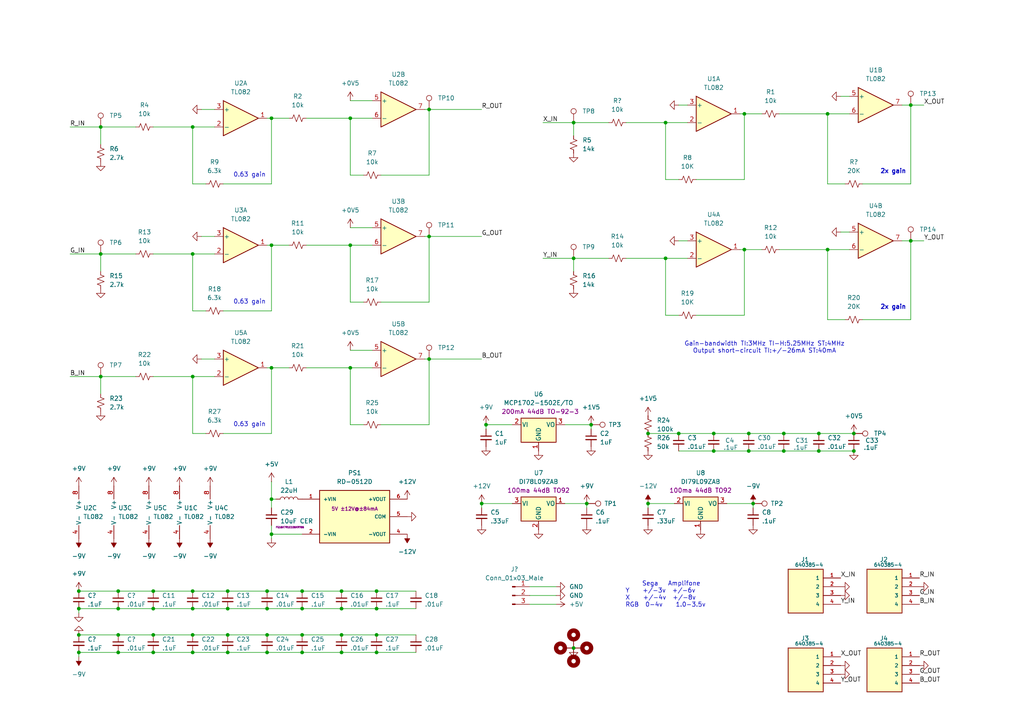
<source format=kicad_sch>
(kicad_sch (version 20231120) (generator "eeschema") (generator_version "8.0")
  (paper "A4")
  (junction (at 109.22 184.15))
  (junction (at 22.86 184.15))
  (junction (at 34.29 176.53))
  (junction (at 109.22 171.45))
  (junction (at 124.46 104.14))
  (junction (at 29.21 73.66))
  (junction (at 264.16 69.85))
  (junction (at 170.18 146.05))
  (junction (at 109.22 176.53))
  (junction (at 55.88 189.23))
  (junction (at 237.49 130.81))
  (junction (at 193.04 74.93))
  (junction (at 77.47 176.53))
  (junction (at 55.88 109.22))
  (junction (at 44.45 171.45))
  (junction (at 78.74 144.78))
  (junction (at 55.88 36.83))
  (junction (at 124.46 68.58))
  (junction (at 240.03 72.39))
  (junction (at 217.17 125.73))
  (junction (at 101.6 34.29))
  (junction (at 44.45 189.23))
  (junction (at 247.65 125.73))
  (junction (at 29.21 36.83))
  (junction (at 196.85 125.73))
  (junction (at 78.74 154.94))
  (junction (at 34.29 171.45))
  (junction (at 22.86 176.53))
  (junction (at 55.88 184.15))
  (junction (at 78.74 34.29))
  (junction (at 77.47 171.45))
  (junction (at 34.29 189.23))
  (junction (at 29.21 109.22))
  (junction (at 166.37 35.56))
  (junction (at 66.04 189.23))
  (junction (at 237.49 125.73))
  (junction (at 215.9 33.02))
  (junction (at 99.06 189.23))
  (junction (at 34.29 184.15))
  (junction (at 166.37 74.93))
  (junction (at 240.03 33.02))
  (junction (at 109.22 189.23))
  (junction (at 44.45 176.53))
  (junction (at 217.17 130.81))
  (junction (at 264.16 30.48))
  (junction (at 166.37 187.96))
  (junction (at 124.46 31.75))
  (junction (at 215.9 72.39))
  (junction (at 99.06 176.53))
  (junction (at 78.74 106.68))
  (junction (at 207.01 130.81))
  (junction (at 66.04 171.45))
  (junction (at 55.88 171.45))
  (junction (at 87.63 176.53))
  (junction (at 87.63 184.15))
  (junction (at 140.97 123.19))
  (junction (at 22.86 171.45))
  (junction (at 193.04 35.56))
  (junction (at 77.47 189.23))
  (junction (at 227.33 125.73))
  (junction (at 78.74 71.12))
  (junction (at 101.6 71.12))
  (junction (at 77.47 184.15))
  (junction (at 55.88 73.66))
  (junction (at 22.86 189.23))
  (junction (at 171.45 123.19))
  (junction (at 66.04 176.53))
  (junction (at 227.33 130.81))
  (junction (at 207.01 125.73))
  (junction (at 187.96 146.05))
  (junction (at 99.06 171.45))
  (junction (at 218.44 146.05))
  (junction (at 66.04 184.15))
  (junction (at 87.63 171.45))
  (junction (at 87.63 189.23))
  (junction (at 139.7 146.05))
  (junction (at 44.45 184.15))
  (junction (at 99.06 184.15))
  (junction (at 101.6 106.68))
  (junction (at 247.65 130.81))
  (junction (at 187.96 125.73))
  (junction (at 55.88 176.53))
  (wire (pts (xy 166.37 35.56) (xy 166.37 39.37)))
  (wire (pts (xy 58.42 31.75) (xy 62.23 31.75)))
  (wire (pts (xy 237.49 130.81) (xy 227.33 130.81)))
  (wire (pts (xy 110.49 50.8) (xy 124.46 50.8)))
  (wire (pts (xy 55.88 176.53) (xy 66.04 176.53)))
  (wire (pts (xy 44.45 189.23) (xy 55.88 189.23)))
  (wire (pts (xy 78.74 156.21) (xy 78.74 154.94)))
  (wire (pts (xy 78.74 139.7) (xy 78.74 144.78)))
  (wire (pts (xy 101.6 71.12) (xy 101.6 87.63)))
  (wire (pts (xy 55.88 171.45) (xy 66.04 171.45)))
  (wire (pts (xy 87.63 189.23) (xy 99.06 189.23)))
  (wire (pts (xy 55.88 189.23) (xy 66.04 189.23)))
  (wire (pts (xy 44.45 36.83) (xy 55.88 36.83)))
  (wire (pts (xy 166.37 74.93) (xy 176.53 74.93)))
  (wire (pts (xy 99.06 176.53) (xy 109.22 176.53)))
  (wire (pts (xy 240.03 33.02) (xy 240.03 53.34)))
  (wire (pts (xy 215.9 33.02) (xy 214.63 33.02)))
  (wire (pts (xy 261.62 30.48) (xy 264.16 30.48)))
  (wire (pts (xy 217.17 130.81) (xy 207.01 130.81)))
  (wire (pts (xy 22.86 189.23) (xy 22.86 190.5)))
  (wire (pts (xy 77.47 184.15) (xy 87.63 184.15)))
  (wire (pts (xy 196.85 91.44) (xy 193.04 91.44)))
  (wire (pts (xy 55.88 36.83) (xy 62.23 36.83)))
  (wire (pts (xy 101.6 101.6) (xy 107.95 101.6)))
  (wire (pts (xy 78.74 71.12) (xy 77.47 71.12)))
  (wire (pts (xy 58.42 104.14) (xy 62.23 104.14)))
  (wire (pts (xy 34.29 176.53) (xy 44.45 176.53)))
  (wire (pts (xy 166.37 74.93) (xy 166.37 78.74)))
  (wire (pts (xy 201.93 91.44) (xy 215.9 91.44)))
  (wire (pts (xy 66.04 176.53) (xy 77.47 176.53)))
  (wire (pts (xy 55.88 184.15) (xy 66.04 184.15)))
  (wire (pts (xy 101.6 71.12) (xy 107.95 71.12)))
  (wire (pts (xy 245.11 92.71) (xy 240.03 92.71)))
  (wire (pts (xy 78.74 106.68) (xy 77.47 106.68)))
  (wire (pts (xy 78.74 125.73) (xy 78.74 106.68)))
  (wire (pts (xy 78.74 71.12) (xy 83.82 71.12)))
  (wire (pts (xy 99.06 189.23) (xy 109.22 189.23)))
  (wire (pts (xy 109.22 176.53) (xy 120.65 176.53)))
  (wire (pts (xy 193.04 35.56) (xy 199.39 35.56)))
  (wire (pts (xy 105.41 87.63) (xy 101.6 87.63)))
  (wire (pts (xy 109.22 189.23) (xy 120.65 189.23)))
  (wire (pts (xy 124.46 68.58) (xy 123.19 68.58)))
  (wire (pts (xy 187.96 146.05) (xy 195.58 146.05)))
  (wire (pts (xy 29.21 73.66) (xy 39.37 73.66)))
  (wire (pts (xy 101.6 66.04) (xy 107.95 66.04)))
  (wire (pts (xy 250.19 53.34) (xy 264.16 53.34)))
  (wire (pts (xy 264.16 69.85) (xy 267.97 69.85)))
  (wire (pts (xy 58.42 68.58) (xy 62.23 68.58)))
  (wire (pts (xy 66.04 171.45) (xy 77.47 171.45)))
  (wire (pts (xy 44.45 109.22) (xy 55.88 109.22)))
  (wire (pts (xy 34.29 171.45) (xy 44.45 171.45)))
  (wire (pts (xy 78.74 34.29) (xy 77.47 34.29)))
  (wire (pts (xy 124.46 87.63) (xy 124.46 68.58)))
  (wire (pts (xy 193.04 35.56) (xy 193.04 52.07)))
  (wire (pts (xy 29.21 109.22) (xy 29.21 114.3)))
  (wire (pts (xy 210.82 146.05) (xy 218.44 146.05)))
  (wire (pts (xy 110.49 87.63) (xy 124.46 87.63)))
  (wire (pts (xy 22.86 184.15) (xy 34.29 184.15)))
  (wire (pts (xy 124.46 68.58) (xy 139.7 68.58)))
  (wire (pts (xy 163.83 123.19) (xy 171.45 123.19)))
  (wire (pts (xy 78.74 144.78) (xy 80.01 144.78)))
  (wire (pts (xy 264.16 92.71) (xy 264.16 69.85)))
  (wire (pts (xy 196.85 69.85) (xy 199.39 69.85)))
  (wire (pts (xy 201.93 52.07) (xy 215.9 52.07)))
  (wire (pts (xy 250.19 92.71) (xy 264.16 92.71)))
  (wire (pts (xy 140.97 123.19) (xy 140.97 124.46)))
  (wire (pts (xy 29.21 109.22) (xy 39.37 109.22)))
  (wire (pts (xy 227.33 130.81) (xy 217.17 130.81)))
  (wire (pts (xy 218.44 146.05) (xy 218.44 147.32)))
  (wire (pts (xy 64.77 90.17) (xy 78.74 90.17)))
  (wire (pts (xy 44.45 184.15) (xy 55.88 184.15)))
  (wire (pts (xy 101.6 29.21) (xy 107.95 29.21)))
  (wire (pts (xy 44.45 73.66) (xy 55.88 73.66)))
  (wire (pts (xy 187.96 125.73) (xy 196.85 125.73)))
  (wire (pts (xy 59.69 90.17) (xy 55.88 90.17)))
  (wire (pts (xy 88.9 71.12) (xy 101.6 71.12)))
  (wire (pts (xy 77.47 176.53) (xy 87.63 176.53)))
  (wire (pts (xy 193.04 74.93) (xy 199.39 74.93)))
  (wire (pts (xy 157.48 35.56) (xy 166.37 35.56)))
  (wire (pts (xy 264.16 53.34) (xy 264.16 30.48)))
  (wire (pts (xy 22.86 176.53) (xy 34.29 176.53)))
  (wire (pts (xy 226.06 33.02) (xy 240.03 33.02)))
  (wire (pts (xy 44.45 176.53) (xy 55.88 176.53)))
  (wire (pts (xy 78.74 90.17) (xy 78.74 71.12)))
  (wire (pts (xy 109.22 171.45) (xy 120.65 171.45)))
  (wire (pts (xy 124.46 31.75) (xy 139.7 31.75)))
  (wire (pts (xy 196.85 125.73) (xy 207.01 125.73)))
  (wire (pts (xy 153.67 172.72) (xy 161.29 172.72)))
  (wire (pts (xy 34.29 189.23) (xy 44.45 189.23)))
  (wire (pts (xy 66.04 184.15) (xy 77.47 184.15)))
  (wire (pts (xy 124.46 31.75) (xy 123.19 31.75)))
  (wire (pts (xy 87.63 184.15) (xy 99.06 184.15)))
  (wire (pts (xy 187.96 146.05) (xy 187.96 147.32)))
  (wire (pts (xy 153.67 170.18) (xy 161.29 170.18)))
  (wire (pts (xy 29.21 36.83) (xy 29.21 41.91)))
  (wire (pts (xy 261.62 69.85) (xy 264.16 69.85)))
  (wire (pts (xy 88.9 106.68) (xy 101.6 106.68)))
  (wire (pts (xy 55.88 109.22) (xy 62.23 109.22)))
  (wire (pts (xy 193.04 74.93) (xy 193.04 91.44)))
  (wire (pts (xy 109.22 184.15) (xy 120.65 184.15)))
  (wire (pts (xy 171.45 123.19) (xy 171.45 124.46)))
  (wire (pts (xy 101.6 106.68) (xy 107.95 106.68)))
  (wire (pts (xy 124.46 104.14) (xy 123.19 104.14)))
  (wire (pts (xy 247.65 130.81) (xy 237.49 130.81)))
  (wire (pts (xy 243.84 27.94) (xy 246.38 27.94)))
  (wire (pts (xy 215.9 72.39) (xy 220.98 72.39)))
  (wire (pts (xy 157.48 74.93) (xy 166.37 74.93)))
  (wire (pts (xy 243.84 67.31) (xy 246.38 67.31)))
  (wire (pts (xy 55.88 109.22) (xy 55.88 125.73)))
  (wire (pts (xy 153.67 175.26) (xy 161.29 175.26)))
  (wire (pts (xy 101.6 34.29) (xy 101.6 50.8)))
  (wire (pts (xy 196.85 52.07) (xy 193.04 52.07)))
  (wire (pts (xy 34.29 184.15) (xy 44.45 184.15)))
  (wire (pts (xy 88.9 34.29) (xy 101.6 34.29)))
  (wire (pts (xy 124.46 104.14) (xy 139.7 104.14)))
  (wire (pts (xy 29.21 73.66) (xy 29.21 78.74)))
  (wire (pts (xy 78.74 53.34) (xy 78.74 34.29)))
  (wire (pts (xy 124.46 50.8) (xy 124.46 31.75)))
  (wire (pts (xy 78.74 152.4) (xy 78.74 154.94)))
  (wire (pts (xy 22.86 176.53) (xy 22.86 177.8)))
  (wire (pts (xy 55.88 73.66) (xy 62.23 73.66)))
  (wire (pts (xy 196.85 130.81) (xy 207.01 130.81)))
  (wire (pts (xy 217.17 125.73) (xy 207.01 125.73)))
  (wire (pts (xy 78.74 154.94) (xy 87.63 154.94)))
  (wire (pts (xy 196.85 30.48) (xy 199.39 30.48)))
  (wire (pts (xy 166.37 35.56) (xy 176.53 35.56)))
  (wire (pts (xy 20.32 36.83) (xy 29.21 36.83)))
  (wire (pts (xy 215.9 33.02) (xy 220.98 33.02)))
  (wire (pts (xy 139.7 146.05) (xy 139.7 147.32)))
  (wire (pts (xy 140.97 123.19) (xy 148.59 123.19)))
  (wire (pts (xy 124.46 123.19) (xy 124.46 104.14)))
  (wire (pts (xy 99.06 171.45) (xy 109.22 171.45)))
  (wire (pts (xy 77.47 171.45) (xy 87.63 171.45)))
  (wire (pts (xy 105.41 123.19) (xy 101.6 123.19)))
  (wire (pts (xy 78.74 34.29) (xy 83.82 34.29)))
  (wire (pts (xy 44.45 171.45) (xy 55.88 171.45)))
  (wire (pts (xy 240.03 72.39) (xy 246.38 72.39)))
  (wire (pts (xy 227.33 125.73) (xy 217.17 125.73)))
  (wire (pts (xy 215.9 72.39) (xy 214.63 72.39)))
  (wire (pts (xy 66.04 189.23) (xy 77.47 189.23)))
  (wire (pts (xy 148.59 146.05) (xy 139.7 146.05)))
  (wire (pts (xy 215.9 91.44) (xy 215.9 72.39)))
  (wire (pts (xy 237.49 125.73) (xy 227.33 125.73)))
  (wire (pts (xy 87.63 176.53) (xy 99.06 176.53)))
  (wire (pts (xy 87.63 171.45) (xy 99.06 171.45)))
  (wire (pts (xy 78.74 106.68) (xy 83.82 106.68)))
  (wire (pts (xy 22.86 171.45) (xy 34.29 171.45)))
  (wire (pts (xy 181.61 74.93) (xy 193.04 74.93)))
  (wire (pts (xy 240.03 33.02) (xy 246.38 33.02)))
  (wire (pts (xy 240.03 72.39) (xy 240.03 92.71)))
  (wire (pts (xy 163.83 146.05) (xy 170.18 146.05)))
  (wire (pts (xy 264.16 30.48) (xy 267.97 30.48)))
  (wire (pts (xy 247.65 125.73) (xy 237.49 125.73)))
  (wire (pts (xy 101.6 106.68) (xy 101.6 123.19)))
  (wire (pts (xy 55.88 36.83) (xy 55.88 53.34)))
  (wire (pts (xy 99.06 184.15) (xy 109.22 184.15)))
  (wire (pts (xy 77.47 189.23) (xy 87.63 189.23)))
  (wire (pts (xy 59.69 53.34) (xy 55.88 53.34)))
  (wire (pts (xy 170.18 146.05) (xy 170.18 147.32)))
  (wire (pts (xy 20.32 73.66) (xy 29.21 73.66)))
  (wire (pts (xy 215.9 52.07) (xy 215.9 33.02)))
  (wire (pts (xy 55.88 73.66) (xy 55.88 90.17)))
  (wire (pts (xy 181.61 35.56) (xy 193.04 35.56)))
  (wire (pts (xy 64.77 125.73) (xy 78.74 125.73)))
  (wire (pts (xy 64.77 53.34) (xy 78.74 53.34)))
  (wire (pts (xy 29.21 36.83) (xy 39.37 36.83)))
  (wire (pts (xy 226.06 72.39) (xy 240.03 72.39)))
  (wire (pts (xy 78.74 144.78) (xy 78.74 147.32)))
  (wire (pts (xy 101.6 34.29) (xy 107.95 34.29)))
  (wire (pts (xy 20.32 109.22) (xy 29.21 109.22)))
  (wire (pts (xy 22.86 189.23) (xy 34.29 189.23)))
  (wire (pts (xy 105.41 50.8) (xy 101.6 50.8)))
  (wire (pts (xy 59.69 125.73) (xy 55.88 125.73)))
  (wire (pts (xy 110.49 123.19) (xy 124.46 123.19)))
  (wire (pts (xy 245.11 53.34) (xy 240.03 53.34)))
  (text "2x gain" (at 259.08 49.784 0) (effects (font (size 1.27 1.27) (bold yes))))
  (text "0.63 gain" (at 72.39 87.63 0) (effects (font (size 1.27 1.27))))
  (text "Gain-bandwidth TI:3MHz TI-H:5.25MHz ST:4MHz\nOutput short-circuit TI:+/-26mA ST:40mA" (at 221.742 100.838 0) (effects (font (size 1.27 1.27))))
  (text "2x gain" (at 259.08 89.154 0) (effects (font (size 1.27 1.27) (bold yes))))
  (text "0.63 gain" (at 72.39 50.8 0) (effects (font (size 1.27 1.27))))
  (text "0.63 gain" (at 72.39 123.19 0) (effects (font (size 1.27 1.27))))
  (text "     Sega   Amplifone\nY    +/-3v  +/-6v\nX    +/-4v  +/-8v\nRGB  0-4v    1.0-3.5v\n" (at 181.356 176.276 0) (effects (font (size 1.27 1.27)) (justify left bottom)))
  (label "R_OUT" (at 266.7 190.5 0))
  (label "G_OUT" (at 266.7 195.58 0))
  (label "G_IN" (at 266.7 172.72 0))
  (label "Y_IN" (at 157.48 74.93 0))
  (label "G_OUT" (at 139.7 68.58 0))
  (label "Y_OUT" (at 243.84 198.12 0))
  (label "B_OUT" (at 139.7 104.14 0))
  (label "X_IN" (at 157.48 35.56 0))
  (label "B_IN" (at 20.32 109.22 0))
  (label "R_OUT" (at 139.7 31.75 0))
  (label "B_OUT" (at 266.7 198.12 0))
  (label "Y_OUT" (at 267.97 69.85 0))
  (label "X_IN" (at 243.84 167.64 0))
  (label "X_OUT" (at 267.97 30.48 0))
  (label "B_IN" (at 266.7 175.26 0))
  (label "G_IN" (at 20.32 73.66 0))
  (label "R_IN" (at 20.32 36.83 0))
  (label "X_OUT" (at 243.84 190.5 0))
  (label "Y_IN" (at 243.84 175.26 0))
  (label "R_IN" (at 266.7 167.64 0))
  (symbol (lib_id "Connector:TestPoint") (at 124.46 104.14 0) (unit 1)
    (property "Reference" "TP12" (at 127 100.8379 0) (effects (justify left)))
    (property "Value" "TestPoint" (effects (hide yes)))
    (property "Footprint" "TestPoint:TestPoint_THTPad_1.0x1.0mm_Drill0.5mm" (effects (hide yes)))
    (property "Description" "test point" (effects (hide yes)))
  )
  (symbol (lib_id "Device:C_Small") (at 171.45 127 0) (unit 1) (exclude_from_sim yes)
    (property "Reference" "C2" (at 173.99 125.7362 0) (effects (justify left)))
    (property "Value" "1uF" (at 173.99 128.2762 0) (effects (justify left)))
    (property "Footprint" "Capacitor_THT:C_Rect_L4.6mm_W2.0mm_P2.50mm_MKS02_FKP02" (effects (hide yes)))
  )
  (symbol (lib_id "digikey-640385-4:640385-4") (at 256.54 172.72 0) (mirror y) (unit 1)
    (property "Reference" "J2" (at 257.556 162.306 0) (effects (justify left)))
    (property "Value" "640385-4" (at 261.62 163.83 0) (effects (font (size 1.016 1.016)) (justify left)))
    (property "Footprint" "digikey-640385-4:TE_640385-4" (effects (hide yes)))
    (property "PARTREV" "R" (effects (hide yes)))
    (property "STANDARD" "Manufacturer Recommendations" (effects (hide yes)))
    (property "MANUFACTURER" "TE" (effects (hide yes)))
  )
  (symbol (lib_id "power:GND") (at 187.96 152.4 0) (unit 1) (exclude_from_sim yes)
    (property "Reference" "#PWR040" (effects (hide yes)))
    (property "Value" "GND" (effects (hide yes)))
  )
  (symbol (lib_id "Device:C_Small") (at 66.04 173.99 0) (unit 1) (exclude_from_sim yes)
    (property "Reference" "C13" (at 68.58 172.7262 0) (effects (justify left)))
    (property "Value" ".1uF" (at 68.58 175.2662 0) (effects (justify left)))
    (property "Footprint" "Capacitor_THT:C_Rect_L4.6mm_W2.0mm_P2.50mm_MKS02_FKP02" (effects (hide yes)))
  )
  (symbol (lib_id "power:GND") (at 161.29 172.72 90) (unit 1) (exclude_from_sim yes)
    (property "Reference" "#PWR?" (effects (hide yes)))
    (property "Value" "GND" (at 165.1 172.7199 90) (effects (justify right)))
  )
  (symbol (lib_id "Device:C_Small") (at 55.88 173.99 0) (unit 1) (exclude_from_sim yes)
    (property "Reference" "C12" (at 58.42 172.7262 0) (effects (justify left)))
    (property "Value" ".01uF" (at 58.42 175.2662 0) (effects (justify left)))
    (property "Footprint" "Capacitor_THT:C_Rect_L4.6mm_W2.0mm_P2.50mm_MKS02_FKP02" (effects (hide yes)))
  )
  (symbol (lib_id "Device:L") (at 83.82 144.78 90) (unit 1)
    (property "Reference" "L1" (at 83.82 139.7 90))
    (property "Value" "22uH" (at 83.82 142.24 90))
    (property "Footprint" "digikey-11R223C:1100R_MUR" (effects (hide yes)))
    (property "Description" "11R223C" (effects (hide yes)))
  )
  (symbol (lib_id "digikey-640385-4:640385-4") (at 233.68 172.72 0) (mirror y) (unit 1)
    (property "Reference" "J1" (at 234.696 162.306 0) (effects (justify left)))
    (property "Value" "640385-4" (at 238.76 163.83 0) (effects (font (size 1.016 1.016)) (justify left)))
    (property "Footprint" "digikey-640385-4:TE_640385-4" (effects (hide yes)))
    (property "PARTREV" "R" (effects (hide yes)))
    (property "STANDARD" "Manufacturer Recommendations" (effects (hide yes)))
    (property "MANUFACTURER" "TE" (effects (hide yes)))
  )
  (symbol (lib_id "Amplifier_Operational:TL082") (at 69.85 34.29 0) (unit 1) (exclude_from_sim yes)
    (property "Reference" "U2" (at 69.85 24.13 0))
    (property "Value" "TL082" (at 69.85 26.67 0))
    (property "Footprint" "Package_DIP:DIP-8_W7.62mm_Socket" (effects (hide yes)))
    (property "Datasheet" "http://www.ti.com/lit/ds/symlink/tl081.pdf" (effects (hide yes)))
    (property "Description" "Dual JFET-Input Operational Amplifiers, DIP-8/SOIC-8/SSOP-8" (effects (hide yes)))
    (property "Sim.Pins" "3=in+ 2=in- 8=vcc 4=vee 1=out" (effects (hide yes)))
    (property "Sim.Device" "SUBCKT" (effects (hide yes)))
    (property "Sim.Library" "${KICAD7_SYMBOL_DIR}/Simulation_SPICE.sp" (effects (hide yes)))
    (property "Sim.Name" "kicad_builtin_opamp" (effects (hide yes)))
  )
  (symbol (lib_id "digikey-640385-4:640385-4") (at 256.54 195.58 0) (mirror y) (unit 1)
    (property "Reference" "J4" (at 257.556 185.166 0) (effects (justify left)))
    (property "Value" "640385-4" (at 261.62 186.69 0) (effects (font (size 1.016 1.016)) (justify left)))
    (property "Footprint" "digikey-640385-4:TE_640385-4" (effects (hide yes)))
    (property "PARTREV" "R" (effects (hide yes)))
    (property "STANDARD" "Manufacturer Recommendations" (effects (hide yes)))
    (property "MANUFACTURER" "TE" (effects (hide yes)))
  )
  (symbol (lib_id "Device:R_Small_US") (at 247.65 92.71 90) (unit 1) (exclude_from_sim yes)
    (property "Reference" "R20" (at 247.65 86.36 90))
    (property "Value" "20K" (at 247.65 88.9 90))
    (property "Footprint" "Resistor_THT:R_Axial_DIN0207_L6.3mm_D2.5mm_P10.16mm_Horizontal" (effects (hide yes)))
  )
  (symbol (lib_id "power:GND") (at 243.84 195.58 90) (unit 1) (exclude_from_sim yes)
    (property "Reference" "#PWR080" (effects (hide yes)))
    (property "Value" "GND" (effects (hide yes)))
  )
  (symbol (lib_id "power:GND") (at 140.97 129.54 0) (unit 1) (exclude_from_sim yes)
    (property "Reference" "#PWR022" (effects (hide yes)))
    (property "Value" "GND" (effects (hide yes)))
  )
  (symbol (lib_id "power:-12V") (at 187.96 146.05 0) (unit 1) (exclude_from_sim yes)
    (property "Reference" "#PWR034" (effects (hide yes)))
    (property "Value" "-12V" (at 187.96 140.97 0))
  )
  (symbol (lib_id "Device:C_Small") (at 120.65 186.69 0) (unit 1) (exclude_from_sim yes)
    (property "Reference" "C28" (at 123.19 185.4262 0) (effects (justify left)))
    (property "Value" ".01uF" (at 123.19 187.9662 0) (effects (justify left)))
    (property "Footprint" "Capacitor_THT:C_Rect_L4.6mm_W2.0mm_P2.50mm_MKS02_FKP02" (effects (hide yes)))
  )
  (symbol (lib_id "power:GND") (at 170.18 152.4 0) (unit 1) (exclude_from_sim yes)
    (property "Reference" "#PWR039" (effects (hide yes)))
    (property "Value" "GND" (effects (hide yes)))
  )
  (symbol (lib_id "Amplifier_Operational:TL082") (at 69.85 106.68 0) (unit 1) (exclude_from_sim yes)
    (property "Reference" "U5" (at 69.85 96.52 0))
    (property "Value" "TL082" (at 69.85 99.06 0))
    (property "Footprint" "Package_DIP:DIP-8_W7.62mm_Socket" (effects (hide yes)))
    (property "Datasheet" "http://www.ti.com/lit/ds/symlink/tl081.pdf" (effects (hide yes)))
    (property "Description" "Dual JFET-Input Operational Amplifiers, DIP-8/SOIC-8/SSOP-8" (effects (hide yes)))
    (property "Sim.Pins" "3=in+ 2=in- 8=vcc 4=vee 1=out" (effects (hide yes)))
    (property "Sim.Device" "SUBCKT" (effects (hide yes)))
    (property "Sim.Library" "${KICAD7_SYMBOL_DIR}/Simulation_SPICE.sp" (effects (hide yes)))
    (property "Sim.Name" "kicad_builtin_opamp" (effects (hide yes)))
  )
  (symbol (lib_id "power:+9V") (at 22.86 171.45 0) (unit 1) (exclude_from_sim yes)
    (property "Reference" "#PWR055" (effects (hide yes)))
    (property "Value" "+9V" (at 22.86 166.37 0))
    (property "Description" "Power symbol creates a global label with name \"+9V\"" (effects (hide yes)))
  )
  (symbol (lib_id "Device:C_Small") (at 237.49 128.27 0) (unit 1) (exclude_from_sim yes)
    (property "Reference" "C32" (at 240.03 127.0062 0) (effects (justify left)))
    (property "Value" ".01uF" (at 240.03 129.5462 0) (effects (justify left)))
    (property "Footprint" "Capacitor_THT:C_Rect_L4.6mm_W2.0mm_P2.50mm_MKS02_FKP02" (effects (hide yes)))
  )
  (symbol (lib_id "power:-9V") (at 22.86 156.21 180) (unit 1) (exclude_from_sim yes)
    (property "Reference" "#PWR048" (effects (hide yes)))
    (property "Value" "-9V" (at 22.86 161.29 0))
    (property "Description" "Power symbol creates a global label with name \"-9V\"" (effects (hide yes)))
  )
  (symbol (lib_id "Device:R_Small_US") (at 29.21 116.84 180) (unit 1) (exclude_from_sim yes)
    (property "Reference" "R23" (at 31.75 115.5699 0) (effects (justify right)))
    (property "Value" "2.7k" (at 31.75 118.1099 0) (effects (justify right)))
    (property "Footprint" "Resistor_THT:R_Axial_DIN0207_L6.3mm_D2.5mm_P10.16mm_Horizontal" (effects (hide yes)))
  )
  (symbol (lib_id "Device:C_Small") (at 227.33 128.27 0) (unit 1) (exclude_from_sim yes)
    (property "Reference" "C31" (at 230.632 127.762 0) (effects (justify left)))
    (property "Value" ".1uF" (at 230.124 129.794 0) (effects (justify left)))
    (property "Footprint" "Capacitor_THT:C_Rect_L4.6mm_W2.0mm_P2.50mm_MKS02_FKP02" (effects (hide yes)))
  )
  (symbol (lib_id "Device:R_Small_US") (at 187.96 128.27 180) (unit 1) (exclude_from_sim yes)
    (property "Reference" "R26" (at 190.5 126.9999 0) (effects (justify right)))
    (property "Value" "50k" (at 190.5 129.5399 0) (effects (justify right)))
    (property "Footprint" "Resistor_THT:R_Axial_DIN0207_L6.3mm_D2.5mm_P10.16mm_Horizontal" (effects (hide yes)))
  )
  (symbol (lib_id "power:+1V5") (at 171.45 123.19 0) (unit 1) (exclude_from_sim yes)
    (property "Reference" "#PWR019" (effects (hide yes)))
    (property "Value" "+1V5" (at 171.45 118.11 0))
    (property "Description" "Power symbol creates a global label with name \"+1V5\"" (effects (hide yes)))
  )
  (symbol (lib_id "power:+9V") (at 60.96 140.97 0) (unit 1) (exclude_from_sim yes)
    (property "Reference" "#PWR031" (effects (hide yes)))
    (property "Value" "+9V" (at 60.96 135.89 0))
    (property "Description" "Power symbol creates a global label with name \"+9V\"" (effects (hide yes)))
  )
  (symbol (lib_id "Device:C_Small") (at 66.04 186.69 0) (unit 1) (exclude_from_sim yes)
    (property "Reference" "C23" (at 68.58 185.4262 0) (effects (justify left)))
    (property "Value" ".1uF" (at 68.58 187.9662 0) (effects (justify left)))
    (property "Footprint" "Capacitor_THT:C_Rect_L4.6mm_W2.0mm_P2.50mm_MKS02_FKP02" (effects (hide yes)))
  )
  (symbol (lib_id "Amplifier_Operational:TL082") (at 115.57 104.14 0) (unit 2) (exclude_from_sim yes)
    (property "Reference" "U5" (at 115.57 93.98 0))
    (property "Value" "TL082" (at 115.57 96.52 0))
    (property "Footprint" "Package_DIP:DIP-8_W7.62mm_Socket" (effects (hide yes)))
    (property "Datasheet" "http://www.ti.com/lit/ds/symlink/tl081.pdf" (effects (hide yes)))
    (property "Description" "Dual JFET-Input Operational Amplifiers, DIP-8/SOIC-8/SSOP-8" (effects (hide yes)))
    (property "Sim.Pins" "3=in+ 2=in- 8=vcc 4=vee 1=out" (effects (hide yes)))
    (property "Sim.Device" "SUBCKT" (effects (hide yes)))
    (property "Sim.Library" "${KICAD7_SYMBOL_DIR}/Simulation_SPICE.sp" (effects (hide yes)))
    (property "Sim.Name" "kicad_builtin_opamp" (effects (hide yes)))
  )
  (symbol (lib_id "power:GND") (at 218.44 152.4 0) (unit 1) (exclude_from_sim yes)
    (property "Reference" "#PWR041" (effects (hide yes)))
    (property "Value" "GND" (effects (hide yes)))
  )
  (symbol (lib_id "Amplifier_Operational:TL082") (at 63.5 148.59 0) (unit 3) (exclude_from_sim yes)
    (property "Reference" "U4" (at 62.23 147.3199 0) (effects (justify left)))
    (property "Value" "TL082" (at 62.23 149.8599 0) (effects (justify left)))
    (property "Footprint" "Package_DIP:DIP-8_W7.62mm_Socket" (effects (hide yes)))
    (property "Datasheet" "http://www.ti.com/lit/ds/symlink/tl081.pdf" (effects (hide yes)))
    (property "Description" "Dual JFET-Input Operational Amplifiers, DIP-8/SOIC-8/SSOP-8" (effects (hide yes)))
    (property "Sim.Pins" "3=in+ 2=in- 8=vcc 4=vee 1=out" (effects (hide yes)))
    (property "Sim.Device" "SUBCKT" (effects (hide yes)))
    (property "Sim.Library" "${KICAD7_SYMBOL_DIR}/Simulation_SPICE.sp" (effects (hide yes)))
    (property "Sim.Name" "kicad_builtin_opamp" (effects (hide yes)))
  )
  (symbol (lib_id "Connector:TestPoint") (at 264.16 69.85 0) (unit 1)
    (property "Reference" "TP14" (at 266.7 66.5479 0) (effects (justify left)))
    (property "Value" "TestPoint" (effects (hide yes)))
    (property "Footprint" "TestPoint:TestPoint_THTPad_1.0x1.0mm_Drill0.5mm" (effects (hide yes)))
    (property "Description" "test point" (effects (hide yes)))
  )
  (symbol (lib_id "power:GND") (at 156.21 130.81 0) (unit 1) (exclude_from_sim yes)
    (property "Reference" "#PWR024" (effects (hide yes)))
    (property "Value" "GND" (effects (hide yes)))
  )
  (symbol (lib_id "Device:R_Small_US") (at 107.95 50.8 90) (unit 1) (exclude_from_sim yes)
    (property "Reference" "R7" (at 107.95 44.45 90))
    (property "Value" "10k" (at 107.95 46.99 90))
    (property "Footprint" "Resistor_THT:R_Axial_DIN0207_L6.3mm_D2.5mm_P10.16mm_Horizontal" (effects (hide yes)))
  )
  (symbol (lib_id "power:GND") (at 58.42 31.75 270) (unit 1) (exclude_from_sim yes)
    (property "Reference" "#PWR04" (effects (hide yes)))
    (property "Value" "GND" (effects (hide yes)))
  )
  (symbol (lib_id "Device:C_Small") (at 109.22 186.69 0) (unit 1) (exclude_from_sim yes)
    (property "Reference" "C27" (at 111.76 185.4262 0) (effects (justify left)))
    (property "Value" ".1uF" (at 111.76 187.9662 0) (effects (justify left)))
    (property "Footprint" "Capacitor_THT:C_Rect_L4.6mm_W2.0mm_P2.50mm_MKS02_FKP02" (effects (hide yes)))
  )
  (symbol (lib_id "Connector:TestPoint") (at 170.18 146.05 270) (unit 1)
    (property "Reference" "TP1" (at 175.26 146.0499 90) (effects (justify left)))
    (property "Value" "TestPoint" (effects (hide yes)))
    (property "Footprint" "TestPoint:TestPoint_THTPad_1.0x1.0mm_Drill0.5mm" (effects (hide yes)))
    (property "Description" "test point" (effects (hide yes)))
  )
  (symbol (lib_id "power:-9V") (at 218.44 146.05 0) (unit 1) (exclude_from_sim yes)
    (property "Reference" "#PWR035" (effects (hide yes)))
    (property "Value" "-9V" (at 218.44 140.97 0))
    (property "Description" "Power symbol creates a global label with name \"-9V\"" (effects (hide yes)))
  )
  (symbol (lib_id "Connector:TestPoint") (at 166.37 35.56 0) (unit 1)
    (property "Reference" "TP8" (at 168.91 32.2579 0) (effects (justify left)))
    (property "Value" "TestPoint" (effects (hide yes)))
    (property "Footprint" "TestPoint:TestPoint_THTPad_1.0x1.0mm_Drill0.5mm" (effects (hide yes)))
    (property "Description" "test point" (effects (hide yes)))
  )
  (symbol (lib_id "power:+12V") (at 139.7 146.05 0) (unit 1) (exclude_from_sim yes)
    (property "Reference" "#PWR032" (effects (hide yes)))
    (property "Value" "+12V" (at 139.7 140.97 0))
  )
  (symbol (lib_id "Device:C_Small") (at 78.74 149.86 0) (unit 1) (exclude_from_sim yes)
    (property "Reference" "C29" (at 81.28 148.5962 0) (effects (justify left)))
    (property "Value" "10uF CER" (at 81.28 151.1362 0) (effects (justify left)))
    (property "Footprint" "Capacitor_THT:C_Disc_D5.0mm_W2.5mm_P2.50mm" (effects (hide yes)))
    (property "Description" "FG16X7R1E106KRT06" (at 84.074 152.908 0) (effects (font (size 0.508 0.508))))
  )
  (symbol (lib_id "power:GND") (at 58.42 68.58 270) (unit 1) (exclude_from_sim yes)
    (property "Reference" "#PWR09" (effects (hide yes)))
    (property "Value" "GND" (effects (hide yes)))
  )
  (symbol (lib_id "Connector:TestPoint") (at 218.44 146.05 270) (unit 1)
    (property "Reference" "TP2" (at 223.52 146.0499 90) (effects (justify left)))
    (property "Value" "TestPoint" (effects (hide yes)))
    (property "Footprint" "TestPoint:TestPoint_THTPad_1.0x1.0mm_Drill0.5mm" (effects (hide yes)))
    (property "Description" "test point" (effects (hide yes)))
  )
  (symbol (lib_id "power:+1V0") (at 247.65 125.73 0) (unit 1) (exclude_from_sim yes)
    (property "Reference" "#PWR021" (effects (hide yes)))
    (property "Value" "+0V5" (at 247.65 120.65 0))
    (property "Description" "Power symbol creates a global label with name \"+1V0\"" (effects (hide yes)))
  )
  (symbol (lib_id "Device:R_Small_US") (at 62.23 125.73 90) (unit 1) (exclude_from_sim yes)
    (property "Reference" "R27" (at 62.23 119.38 90))
    (property "Value" "6.3k" (at 62.23 121.92 90))
    (property "Footprint" "Resistor_THT:R_Axial_DIN0207_L6.3mm_D2.5mm_P10.16mm_Horizontal" (effects (hide yes)))
  )
  (symbol (lib_id "Device:C_Small") (at 247.65 128.27 0) (unit 1) (exclude_from_sim yes)
    (property "Reference" "C33" (at 250.952 127.762 0) (effects (justify left)))
    (property "Value" ".1uF" (at 250.444 129.794 0) (effects (justify left)))
    (property "Footprint" "Capacitor_THT:C_Rect_L4.6mm_W2.0mm_P2.50mm_MKS02_FKP02" (effects (hide yes)))
  )
  (symbol (lib_id "Device:C_Small") (at 77.47 173.99 0) (unit 1) (exclude_from_sim yes)
    (property "Reference" "C14" (at 80.01 172.7262 0) (effects (justify left)))
    (property "Value" ".01uF" (at 80.01 175.2662 0) (effects (justify left)))
    (property "Footprint" "Capacitor_THT:C_Rect_L4.6mm_W2.0mm_P2.50mm_MKS02_FKP02" (effects (hide yes)))
  )
  (symbol (lib_id "Mechanical:MountingHole_Pad") (at 166.37 190.5 180) (unit 1) (exclude_from_sim yes) (in_bom no)
    (property "Reference" "H4" (effects (hide yes)))
    (property "Value" "MountingHole_Pad" (effects (hide yes)))
    (property "Footprint" "MountingHole:MountingHole_3.7mm_Pad_Via" (effects (hide yes)))
    (property "Description" "Mounting Hole with connection" (effects (hide yes)))
  )
  (symbol (lib_id "power:-9V") (at 22.86 190.5 180) (unit 1) (exclude_from_sim yes)
    (property "Reference" "#PWR058" (effects (hide yes)))
    (property "Value" "-9V" (at 22.86 195.58 0))
    (property "Description" "Power symbol creates a global label with name \"-9V\"" (effects (hide yes)))
  )
  (symbol (lib_id "digikey-RD-0512D:RD-0512D") (at 102.87 149.86 0) (unit 1)
    (property "Reference" "PS1" (at 102.87 137.16 0))
    (property "Value" "RD-0512D" (at 102.87 139.7 0))
    (property "Footprint" "digikey-RD-0512D:CONV_RD-0512D" (effects (hide yes)))
    (property "Description" "5V ±12V@±84mA" (at 102.87 147.574 0) (effects (font (size 1.016 1.016))))
    (property "PARTREV" "1" (effects (hide yes)))
    (property "STANDARD" "Manufacturer Recommendations" (effects (hide yes)))
    (property "MAXIMUM_PACKAGE_HEIGHT" "10.2mm" (effects (hide yes)))
    (property "MANUFACTURER" "Recom" (effects (hide yes)))
  )
  (symbol (lib_id "digikey-640385-4:640385-4") (at 233.68 195.58 0) (mirror y) (unit 1)
    (property "Reference" "J3" (at 234.696 185.166 0) (effects (justify left)))
    (property "Value" "640385-4" (at 238.76 186.69 0) (effects (font (size 1.016 1.016)) (justify left)))
    (property "Footprint" "digikey-640385-4:TE_640385-4" (effects (hide yes)))
    (property "PARTREV" "R" (effects (hide yes)))
    (property "STANDARD" "Manufacturer Recommendations" (effects (hide yes)))
    (property "MANUFACTURER" "TE" (effects (hide yes)))
  )
  (symbol (lib_id "power:GND") (at 243.84 170.18 90) (unit 1) (exclude_from_sim yes)
    (property "Reference" "#PWR082" (effects (hide yes)))
    (property "Value" "GND" (effects (hide yes)))
  )
  (symbol (lib_id "Connector:TestPoint") (at 171.45 123.19 270) (unit 1)
    (property "Reference" "TP3" (at 176.53 123.1899 90) (effects (justify left)))
    (property "Value" "TestPoint" (effects (hide yes)))
    (property "Footprint" "TestPoint:TestPoint_THTPad_1.0x1.0mm_Drill0.5mm" (effects (hide yes)))
    (property "Description" "test point" (effects (hide yes)))
  )
  (symbol (lib_id "power:GND") (at 166.37 44.45 0) (unit 1) (exclude_from_sim yes)
    (property "Reference" "#PWR05" (effects (hide yes)))
    (property "Value" "GND" (effects (hide yes)))
  )
  (symbol (lib_id "power:GND") (at 243.84 27.94 270) (unit 1) (exclude_from_sim yes)
    (property "Reference" "#PWR01" (effects (hide yes)))
    (property "Value" "GND" (effects (hide yes)))
  )
  (symbol (lib_id "Device:C_Small") (at 55.88 186.69 0) (unit 1) (exclude_from_sim yes)
    (property "Reference" "C22" (at 58.42 185.4262 0) (effects (justify left)))
    (property "Value" ".01uF" (at 58.42 187.9662 0) (effects (justify left)))
    (property "Footprint" "Capacitor_THT:C_Rect_L4.6mm_W2.0mm_P2.50mm_MKS02_FKP02" (effects (hide yes)))
  )
  (symbol (lib_id "Mechanical:MountingHole_Pad") (at 168.91 187.96 270) (unit 1) (exclude_from_sim yes) (in_bom no)
    (property "Reference" "H3" (effects (hide yes)))
    (property "Value" "MountingHole_Pad" (effects (hide yes)))
    (property "Footprint" "MountingHole:MountingHole_3.7mm_Pad_Via" (effects (hide yes)))
    (property "Description" "Mounting Hole with connection" (effects (hide yes)))
  )
  (symbol (lib_id "Amplifier_Operational:TL082") (at 115.57 31.75 0) (unit 2) (exclude_from_sim yes)
    (property "Reference" "U2" (at 115.57 21.59 0))
    (property "Value" "TL082" (at 115.57 24.13 0))
    (property "Footprint" "Package_DIP:DIP-8_W7.62mm_Socket" (effects (hide yes)))
    (property "Datasheet" "http://www.ti.com/lit/ds/symlink/tl081.pdf" (effects (hide yes)))
    (property "Description" "Dual JFET-Input Operational Amplifiers, DIP-8/SOIC-8/SSOP-8" (effects (hide yes)))
    (property "Sim.Pins" "3=in+ 2=in- 8=vcc 4=vee 1=out" (effects (hide yes)))
    (property "Sim.Device" "SUBCKT" (effects (hide yes)))
    (property "Sim.Library" "${KICAD7_SYMBOL_DIR}/Simulation_SPICE.sp" (effects (hide yes)))
    (property "Sim.Name" "kicad_builtin_opamp" (effects (hide yes)))
  )
  (symbol (lib_id "Device:C_Small") (at 22.86 173.99 0) (unit 1) (exclude_from_sim yes)
    (property "Reference" "C?" (at 25.4 172.7262 0) (effects (justify left)))
    (property "Value" ".1uF" (at 25.4 175.2662 0) (effects (justify left)))
    (property "Footprint" "Capacitor_THT:C_Rect_L4.6mm_W2.0mm_P2.50mm_MKS02_FKP02" (effects (hide yes)))
  )
  (symbol (lib_id "power:GND") (at 118.11 149.86 90) (unit 1) (exclude_from_sim yes)
    (property "Reference" "#PWR044" (effects (hide yes)))
    (property "Value" "GND" (effects (hide yes)))
  )
  (symbol (lib_id "power:GND") (at 243.84 67.31 270) (unit 1) (exclude_from_sim yes)
    (property "Reference" "#PWR08" (effects (hide yes)))
    (property "Value" "GND" (effects (hide yes)))
  )
  (symbol (lib_id "Device:R_Small_US") (at 107.95 123.19 90) (unit 1) (exclude_from_sim yes)
    (property "Reference" "R25" (at 107.95 116.84 90))
    (property "Value" "10k" (at 107.95 119.38 90))
    (property "Footprint" "Resistor_THT:R_Axial_DIN0207_L6.3mm_D2.5mm_P10.16mm_Horizontal" (effects (hide yes)))
  )
  (symbol (lib_id "Regulator_Linear:L79L05_TO92") (at 203.2 146.05 0) (mirror x) (unit 1) (exclude_from_sim yes)
    (property "Reference" "U8" (at 203.2 137.16 0))
    (property "Value" "DI79L09ZAB" (at 203.2 139.7 0))
    (property "Footprint" "Package_TO_SOT_THT:TO-92_Inline" (effects (hide yes)))
    (property "Datasheet" "http://www.farnell.com/datasheets/1827870.pdf" (effects (hide yes)))
    (property "Description" "100ma 44dB TO92" (at 203.2 142.24 0))
  )
  (symbol (lib_id "power:GND") (at 196.85 69.85 270) (unit 1) (exclude_from_sim yes)
    (property "Reference" "#PWR010" (effects (hide yes)))
    (property "Value" "GND" (effects (hide yes)))
  )
  (symbol (lib_id "Connector:TestPoint") (at 29.21 36.83 0) (unit 1)
    (property "Reference" "TP5" (at 31.75 33.5279 0) (effects (justify left)))
    (property "Value" "TestPoint" (effects (hide yes)))
    (property "Footprint" "TestPoint:TestPoint_THTPad_1.0x1.0mm_Drill0.5mm" (effects (hide yes)))
    (property "Description" "test point" (effects (hide yes)))
  )
  (symbol (lib_id "power:-9V") (at 60.96 156.21 180) (unit 1) (exclude_from_sim yes)
    (property "Reference" "#PWR052" (effects (hide yes)))
    (property "Value" "-9V" (at 60.96 161.29 0))
    (property "Description" "Power symbol creates a global label with name \"-9V\"" (effects (hide yes)))
  )
  (symbol (lib_id "Device:C_Small") (at 77.47 186.69 0) (unit 1) (exclude_from_sim yes)
    (property "Reference" "C24" (at 80.01 185.4262 0) (effects (justify left)))
    (property "Value" ".01uF" (at 80.01 187.9662 0) (effects (justify left)))
    (property "Footprint" "Capacitor_THT:C_Rect_L4.6mm_W2.0mm_P2.50mm_MKS02_FKP02" (effects (hide yes)))
  )
  (symbol (lib_id "power:GND") (at 166.37 83.82 0) (unit 1) (exclude_from_sim yes)
    (property "Reference" "#PWR012" (effects (hide yes)))
    (property "Value" "GND" (effects (hide yes)))
  )
  (symbol (lib_id "Regulator_Linear:L79L05_TO92") (at 156.21 123.19 0) (mirror x) (unit 1) (exclude_from_sim yes)
    (property "Reference" "U6" (at 156.21 114.3 0))
    (property "Value" "MCP1702-1502E/TO" (at 156.21 116.84 0))
    (property "Footprint" "Package_TO_SOT_THT:TO-92_Inline" (effects (hide yes)))
    (property "Datasheet" "http://www.farnell.com/datasheets/1827870.pdf" (effects (hide yes)))
    (property "Description" " 200mA 44dB TO-92-3" (at 156.21 119.38 0))
  )
  (symbol (lib_id "power:-9V") (at 52.07 156.21 180) (unit 1) (exclude_from_sim yes)
    (property "Reference" "#PWR051" (effects (hide yes)))
    (property "Value" "-9V" (at 52.07 161.29 0))
    (property "Description" "Power symbol creates a global label with name \"-9V\"" (effects (hide yes)))
  )
  (symbol (lib_id "power:+12V") (at 118.11 144.78 0) (unit 1) (exclude_from_sim yes)
    (property "Reference" "#PWR037" (effects (hide yes)))
    (property "Value" "+12V" (at 118.11 139.7 0))
  )
  (symbol (lib_id "power:GND") (at 58.42 104.14 270) (unit 1) (exclude_from_sim yes)
    (property "Reference" "#PWR014" (effects (hide yes)))
    (property "Value" "GND" (effects (hide yes)))
  )
  (symbol (lib_id "Device:C_Small") (at 44.45 186.69 0) (unit 1) (exclude_from_sim yes)
    (property "Reference" "C21" (at 46.99 185.4262 0) (effects (justify left)))
    (property "Value" ".1uF" (at 46.99 187.9662 0) (effects (justify left)))
    (property "Footprint" "Capacitor_THT:C_Rect_L4.6mm_W2.0mm_P2.50mm_MKS02_FKP02" (effects (hide yes)))
  )
  (symbol (lib_id "power:GND") (at 22.86 177.8 0) (unit 1) (exclude_from_sim yes)
    (property "Reference" "#PWR?" (effects (hide yes)))
    (property "Value" "GND" (effects (hide yes)))
  )
  (symbol (lib_id "power:+9V") (at 140.97 123.19 0) (unit 1) (exclude_from_sim yes)
    (property "Reference" "#PWR018" (effects (hide yes)))
    (property "Value" "+9V" (at 140.97 118.11 0))
    (property "Description" "Power symbol creates a global label with name \"+9V\"" (effects (hide yes)))
  )
  (symbol (lib_id "Connector:TestPoint") (at 124.46 31.75 0) (unit 1)
    (property "Reference" "TP10" (at 127 28.4479 0) (effects (justify left)))
    (property "Value" "TestPoint" (effects (hide yes)))
    (property "Footprint" "TestPoint:TestPoint_THTPad_1.0x1.0mm_Drill0.5mm" (effects (hide yes)))
    (property "Description" "test point" (effects (hide yes)))
  )
  (symbol (lib_id "Device:C_Small") (at 139.7 149.86 0) (unit 1) (exclude_from_sim yes)
    (property "Reference" "C5" (at 142.24 148.5962 0) (effects (justify left)))
    (property "Value" ".33uF" (at 142.24 151.1362 0) (effects (justify left)))
    (property "Footprint" "Capacitor_THT:C_Rect_L4.6mm_W2.0mm_P2.50mm_MKS02_FKP02" (effects (hide yes)))
  )
  (symbol (lib_id "Device:C_Small") (at 99.06 186.69 0) (unit 1) (exclude_from_sim yes)
    (property "Reference" "C26" (at 101.6 185.4262 0) (effects (justify left)))
    (property "Value" ".01uF" (at 101.6 187.9662 0) (effects (justify left)))
    (property "Footprint" "Capacitor_THT:C_Rect_L4.6mm_W2.0mm_P2.50mm_MKS02_FKP02" (effects (hide yes)))
  )
  (symbol (lib_id "Mechanical:MountingHole_Pad") (at 166.37 185.42 0) (unit 1) (exclude_from_sim yes) (in_bom no)
    (property "Reference" "H1" (effects (hide yes)))
    (property "Value" "MountingHole_Pad" (effects (hide yes)))
    (property "Footprint" "MountingHole:MountingHole_3.7mm_Pad_Via" (effects (hide yes)))
    (property "Description" "Mounting Hole with connection" (effects (hide yes)))
  )
  (symbol (lib_id "power:GND") (at 243.84 193.04 90) (unit 1) (exclude_from_sim yes)
    (property "Reference" "#PWR081" (effects (hide yes)))
    (property "Value" "GND" (effects (hide yes)))
  )
  (symbol (lib_id "power:GND") (at 78.74 156.21 0) (unit 1) (exclude_from_sim yes)
    (property "Reference" "#PWR046" (effects (hide yes)))
    (property "Value" "GND" (effects (hide yes)))
  )
  (symbol (lib_id "Device:C_Small") (at 196.85 128.27 0) (unit 1) (exclude_from_sim yes)
    (property "Reference" "C3" (at 199.39 127.0062 0) (effects (justify left)))
    (property "Value" ".01uF" (at 199.39 129.5462 0) (effects (justify left)))
    (property "Footprint" "Capacitor_THT:C_Rect_L4.6mm_W2.0mm_P2.50mm_MKS02_FKP02" (effects (hide yes)))
  )
  (symbol (lib_id "power:+1V0") (at 101.6 101.6 0) (unit 1) (exclude_from_sim yes)
    (property "Reference" "#PWR013" (effects (hide yes)))
    (property "Value" "+0V5" (at 101.6 96.52 0))
    (property "Description" "Power symbol creates a global label with name \"+1V0\"" (effects (hide yes)))
  )
  (symbol (lib_id "Connector:TestPoint") (at 29.21 73.66 0) (unit 1)
    (property "Reference" "TP6" (at 31.75 70.3579 0) (effects (justify left)))
    (property "Value" "TestPoint" (effects (hide yes)))
    (property "Footprint" "TestPoint:TestPoint_THTPad_1.0x1.0mm_Drill0.5mm" (effects (hide yes)))
    (property "Description" "test point" (effects (hide yes)))
  )
  (symbol (lib_id "Device:R_Small_US") (at 86.36 34.29 90) (unit 1) (exclude_from_sim yes)
    (property "Reference" "R2" (at 86.36 27.94 90))
    (property "Value" "10k" (at 86.36 30.48 90))
    (property "Footprint" "Resistor_THT:R_Axial_DIN0207_L6.3mm_D2.5mm_P10.16mm_Horizontal" (effects (hide yes)))
  )
  (symbol (lib_id "Device:C_Small") (at 207.01 128.27 0) (unit 1) (exclude_from_sim yes)
    (property "Reference" "C4" (at 210.312 127.762 0) (effects (justify left)))
    (property "Value" ".1uF" (at 209.804 129.794 0) (effects (justify left)))
    (property "Footprint" "Capacitor_THT:C_Rect_L4.6mm_W2.0mm_P2.50mm_MKS02_FKP02" (effects (hide yes)))
  )
  (symbol (lib_id "Amplifier_Operational:TL082") (at 45.72 148.59 0) (unit 3) (exclude_from_sim yes)
    (property "Reference" "U5" (at 44.45 147.3199 0) (effects (justify left)))
    (property "Value" "TL082" (at 44.45 149.8599 0) (effects (justify left)))
    (property "Footprint" "Package_DIP:DIP-8_W7.62mm_Socket" (effects (hide yes)))
    (property "Datasheet" "http://www.ti.com/lit/ds/symlink/tl081.pdf" (effects (hide yes)))
    (property "Description" "Dual JFET-Input Operational Amplifiers, DIP-8/SOIC-8/SSOP-8" (effects (hide yes)))
    (property "Sim.Pins" "3=in+ 2=in- 8=vcc 4=vee 1=out" (effects (hide yes)))
    (property "Sim.Device" "SUBCKT" (effects (hide yes)))
    (property "Sim.Library" "${KICAD7_SYMBOL_DIR}/Simulation_SPICE.sp" (effects (hide yes)))
    (property "Sim.Name" "kicad_builtin_opamp" (effects (hide yes)))
  )
  (symbol (lib_id "Connector:TestPoint") (at 264.16 30.48 0) (unit 1)
    (property "Reference" "TP13" (at 266.7 27.1779 0) (effects (justify left)))
    (property "Value" "TestPoint" (effects (hide yes)))
    (property "Footprint" "TestPoint:TestPoint_THTPad_1.0x1.0mm_Drill0.5mm" (effects (hide yes)))
    (property "Description" "test point" (effects (hide yes)))
  )
  (symbol (lib_id "power:GND") (at 139.7 152.4 0) (unit 1) (exclude_from_sim yes)
    (property "Reference" "#PWR038" (effects (hide yes)))
    (property "Value" "GND" (effects (hide yes)))
  )
  (symbol (lib_id "power:GND") (at 156.21 153.67 0) (unit 1) (exclude_from_sim yes)
    (property "Reference" "#PWR042" (effects (hide yes)))
    (property "Value" "GND" (effects (hide yes)))
  )
  (symbol (lib_id "Device:C_Small") (at 22.86 186.69 0) (unit 1) (exclude_from_sim yes)
    (property "Reference" "C?" (at 25.4 185.4262 0) (effects (justify left)))
    (property "Value" ".1uF" (at 25.4 187.9662 0) (effects (justify left)))
    (property "Footprint" "Capacitor_THT:C_Rect_L4.6mm_W2.0mm_P2.50mm_MKS02_FKP02" (effects (hide yes)))
  )
  (symbol (lib_id "Device:R_Small_US") (at 62.23 53.34 90) (unit 1) (exclude_from_sim yes)
    (property "Reference" "R9" (at 62.23 46.99 90))
    (property "Value" "6.3k" (at 62.23 49.53 90))
    (property "Footprint" "Resistor_THT:R_Axial_DIN0207_L6.3mm_D2.5mm_P10.16mm_Horizontal" (effects (hide yes)))
  )
  (symbol (lib_id "Device:C_Small") (at 44.45 173.99 0) (unit 1) (exclude_from_sim yes)
    (property "Reference" "C11" (at 46.99 172.7262 0) (effects (justify left)))
    (property "Value" ".1uF" (at 46.99 175.2662 0) (effects (justify left)))
    (property "Footprint" "Capacitor_THT:C_Rect_L4.6mm_W2.0mm_P2.50mm_MKS02_FKP02" (effects (hide yes)))
  )
  (symbol (lib_id "power:+9V") (at 22.86 140.97 0) (unit 1) (exclude_from_sim yes)
    (property "Reference" "#PWR027" (effects (hide yes)))
    (property "Value" "+9V" (at 22.86 135.89 0))
    (property "Description" "Power symbol creates a global label with name \"+9V\"" (effects (hide yes)))
  )
  (symbol (lib_id "Device:R_Small_US") (at 187.96 123.19 180) (unit 1) (exclude_from_sim yes)
    (property "Reference" "R24" (at 190.5 121.9199 0) (effects (justify right)))
    (property "Value" "100k" (at 190.5 124.4599 0) (effects (justify right)))
    (property "Footprint" "Resistor_THT:R_Axial_DIN0207_L6.3mm_D2.5mm_P10.16mm_Horizontal" (effects (hide yes)))
  )
  (symbol (lib_id "Amplifier_Operational:TL082") (at 35.56 148.59 0) (unit 3) (exclude_from_sim yes)
    (property "Reference" "U3" (at 34.29 147.3199 0) (effects (justify left)))
    (property "Value" "TL082" (at 34.29 149.8599 0) (effects (justify left)))
    (property "Footprint" "Package_DIP:DIP-8_W7.62mm_Socket" (effects (hide yes)))
    (property "Datasheet" "http://www.ti.com/lit/ds/symlink/tl081.pdf" (effects (hide yes)))
    (property "Description" "Dual JFET-Input Operational Amplifiers, DIP-8/SOIC-8/SSOP-8" (effects (hide yes)))
    (property "Sim.Pins" "3=in+ 2=in- 8=vcc 4=vee 1=out" (effects (hide yes)))
    (property "Sim.Device" "SUBCKT" (effects (hide yes)))
    (property "Sim.Library" "${KICAD7_SYMBOL_DIR}/Simulation_SPICE.sp" (effects (hide yes)))
    (property "Sim.Name" "kicad_builtin_opamp" (effects (hide yes)))
  )
  (symbol (lib_id "power:-12V") (at 118.11 154.94 180) (unit 1) (exclude_from_sim yes)
    (property "Reference" "#PWR047" (effects (hide yes)))
    (property "Value" "-12V" (at 118.11 160.02 0))
  )
  (symbol (lib_id "Device:C_Small") (at 140.97 127 0) (unit 1) (exclude_from_sim yes)
    (property "Reference" "C1" (at 143.51 125.7362 0) (effects (justify left)))
    (property "Value" "1uF" (at 143.51 128.2762 0) (effects (justify left)))
    (property "Footprint" "Capacitor_THT:C_Rect_L4.6mm_W2.0mm_P2.50mm_MKS02_FKP02" (effects (hide yes)))
  )
  (symbol (lib_id "Device:R_Small_US") (at 179.07 35.56 90) (unit 1) (exclude_from_sim yes)
    (property "Reference" "R?" (at 179.07 29.21 90))
    (property "Value" "10k" (at 179.07 31.75 90))
    (property "Footprint" "Resistor_THT:R_Axial_DIN0207_L6.3mm_D2.5mm_P10.16mm_Horizontal" (effects (hide yes)))
  )
  (symbol (lib_id "power:GND") (at 166.37 187.96 0) (unit 1) (exclude_from_sim yes)
    (property "Reference" "#PWR078" (effects (hide yes)))
    (property "Value" "GND" (effects (hide yes)))
  )
  (symbol (lib_id "Connector:TestPoint") (at 247.65 125.73 270) (unit 1)
    (property "Reference" "TP4" (at 253.4406 125.7299 90) (effects (justify left)))
    (property "Value" "TestPoint" (effects (hide yes)))
    (property "Footprint" "TestPoint:TestPoint_THTPad_1.0x1.0mm_Drill0.5mm" (effects (hide yes)))
    (property "Description" "test point" (effects (hide yes)))
  )
  (symbol (lib_id "power:+9V") (at 170.18 146.05 0) (unit 1) (exclude_from_sim yes)
    (property "Reference" "#PWR033" (effects (hide yes)))
    (property "Value" "+9V" (at 170.18 140.97 0))
    (property "Description" "Power symbol creates a global label with name \"+9V\"" (effects (hide yes)))
  )
  (symbol (lib_id "Device:R_Small_US") (at 41.91 73.66 90) (unit 1) (exclude_from_sim yes)
    (property "Reference" "R13" (at 41.91 67.31 90))
    (property "Value" "10k" (at 41.91 69.85 90))
    (property "Footprint" "Resistor_THT:R_Axial_DIN0207_L6.3mm_D2.5mm_P10.16mm_Horizontal" (effects (hide yes)))
  )
  (symbol (lib_id "Device:R_Small_US") (at 247.65 53.34 90) (unit 1) (exclude_from_sim yes)
    (property "Reference" "R?" (at 247.65 46.99 90))
    (property "Value" "20K" (at 247.65 49.53 90))
    (property "Footprint" "Resistor_THT:R_Axial_DIN0207_L6.3mm_D2.5mm_P10.16mm_Horizontal" (effects (hide yes)))
  )
  (symbol (lib_id "Connector:TestPoint") (at 29.21 109.22 0) (unit 1)
    (property "Reference" "TP7" (at 31.75 105.9179 0) (effects (justify left)))
    (property "Value" "TestPoint" (effects (hide yes)))
    (property "Footprint" "TestPoint:TestPoint_THTPad_1.0x1.0mm_Drill0.5mm" (effects (hide yes)))
    (property "Description" "test point" (effects (hide yes)))
  )
  (symbol (lib_id "Device:C_Small") (at 170.18 149.86 0) (unit 1) (exclude_from_sim yes)
    (property "Reference" "C6" (at 172.72 148.5962 0) (effects (justify left)))
    (property "Value" ".1uF" (at 172.72 151.1362 0) (effects (justify left)))
    (property "Footprint" "Capacitor_THT:C_Rect_L4.6mm_W2.0mm_P2.50mm_MKS02_FKP02" (effects (hide yes)))
  )
  (symbol (lib_id "power:GND") (at 29.21 46.99 0) (unit 1) (exclude_from_sim yes)
    (property "Reference" "#PWR06" (effects (hide yes)))
    (property "Value" "GND" (effects (hide yes)))
  )
  (symbol (lib_id "Device:C_Small") (at 87.63 186.69 0) (unit 1) (exclude_from_sim yes)
    (property "Reference" "C25" (at 90.17 185.4262 0) (effects (justify left)))
    (property "Value" ".1uF" (at 90.17 187.9662 0) (effects (justify left)))
    (property "Footprint" "Capacitor_THT:C_Rect_L4.6mm_W2.0mm_P2.50mm_MKS02_FKP02" (effects (hide yes)))
  )
  (symbol (lib_id "power:+5V") (at 78.74 139.7 0) (unit 1)
    (property "Reference" "#PWR036" (effects (hide yes)))
    (property "Value" "+5V" (at 78.74 134.62 0))
    (property "Description" "Power symbol creates a global label with name \"+5V\"" (effects (hide yes)))
  )
  (symbol (lib_id "Mechanical:MountingHole_Pad") (at 163.83 187.96 90) (unit 1) (exclude_from_sim yes) (in_bom no)
    (property "Reference" "H2" (effects (hide yes)))
    (property "Value" "MountingHole_Pad" (effects (hide yes)))
    (property "Footprint" "MountingHole:MountingHole_3.7mm_Pad_Via" (effects (hide yes)))
    (property "Description" "Mounting Hole with connection" (effects (hide yes)))
  )
  (symbol (lib_id "power:GND") (at 247.65 130.81 0) (unit 1) (exclude_from_sim yes)
    (property "Reference" "#PWR026" (effects (hide yes)))
    (property "Value" "GND" (effects (hide yes)))
    (property "Description" "Power symbol creates a global label with name \"GND\" , ground" (effects (hide yes)))
  )
  (symbol (lib_id "Device:R_Small_US") (at 41.91 109.22 90) (unit 1) (exclude_from_sim yes)
    (property "Reference" "R22" (at 41.91 102.87 90))
    (property "Value" "10k" (at 41.91 105.41 90))
    (property "Footprint" "Resistor_THT:R_Axial_DIN0207_L6.3mm_D2.5mm_P10.16mm_Horizontal" (effects (hide yes)))
  )
  (symbol (lib_id "Device:C_Small") (at 34.29 186.69 0) (unit 1) (exclude_from_sim yes)
    (property "Reference" "C?" (at 36.83 185.4262 0) (effects (justify left)))
    (property "Value" ".01uF" (at 36.83 187.9662 0) (effects (justify left)))
    (property "Footprint" "Capacitor_THT:C_Rect_L4.6mm_W2.0mm_P2.50mm_MKS02_FKP02" (effects (hide yes)))
  )
  (symbol (lib_id "Amplifier_Operational:TL082") (at 207.01 72.39 0) (unit 1) (exclude_from_sim yes)
    (property "Reference" "U4" (at 207.01 62.23 0))
    (property "Value" "TL082" (at 207.01 64.77 0))
    (property "Footprint" "Package_DIP:DIP-8_W7.62mm_Socket" (effects (hide yes)))
    (property "Datasheet" "http://www.ti.com/lit/ds/symlink/tl081.pdf" (effects (hide yes)))
    (property "Description" "Dual JFET-Input Operational Amplifiers, DIP-8/SOIC-8/SSOP-8" (effects (hide yes)))
    (property "Sim.Pins" "3=in+ 2=in- 8=vcc 4=vee 1=out" (effects (hide yes)))
    (property "Sim.Device" "SUBCKT" (effects (hide yes)))
    (property "Sim.Library" "${KICAD7_SYMBOL_DIR}/Simulation_SPICE.sp" (effects (hide yes)))
    (property "Sim.Name" "kicad_builtin_opamp" (effects (hide yes)))
  )
  (symbol (lib_id "Device:C_Small") (at 218.44 149.86 0) (unit 1) (exclude_from_sim yes)
    (property "Reference" "C8" (at 220.98 148.5962 0) (effects (justify left)))
    (property "Value" ".1uF" (at 220.98 151.1362 0) (effects (justify left)))
    (property "Footprint" "Capacitor_THT:C_Rect_L4.6mm_W2.0mm_P2.50mm_MKS02_FKP02" (effects (hide yes)))
  )
  (symbol (lib_id "power:-9V") (at 33.02 156.21 180) (unit 1) (exclude_from_sim yes)
    (property "Reference" "#PWR049" (effects (hide yes)))
    (property "Value" "-9V" (at 33.02 161.29 0))
    (property "Description" "Power symbol creates a global label with name \"-9V\"" (effects (hide yes)))
  )
  (symbol (lib_id "power:+1V5") (at 187.96 120.65 0) (unit 1) (exclude_from_sim yes)
    (property "Reference" "#PWR016" (effects (hide yes)))
    (property "Value" "+1V5" (at 187.96 115.57 0))
    (property "Description" "Power symbol creates a global label with name \"+1V5\"" (effects (hide yes)))
  )
  (symbol (lib_id "power:+5V") (at 161.29 175.26 270) (unit 1)
    (property "Reference" "#PWR054" (effects (hide yes)))
    (property "Value" "+5V" (at 165.1 175.2599 90) (effects (justify left)))
    (property "Description" "Power symbol creates a global label with name \"+5V\"" (effects (hide yes)))
  )
  (symbol (lib_id "Amplifier_Operational:TL082") (at 54.61 148.59 0) (unit 3) (exclude_from_sim yes)
    (property "Reference" "U1" (at 53.34 147.3199 0) (effects (justify left)))
    (property "Value" "TL082" (at 53.34 149.8599 0) (effects (justify left)))
    (property "Footprint" "Package_DIP:DIP-8_W7.62mm_Socket" (effects (hide yes)))
    (property "Datasheet" "http://www.ti.com/lit/ds/symlink/tl081.pdf" (effects (hide yes)))
    (property "Description" "Dual JFET-Input Operational Amplifiers, DIP-8/SOIC-8/SSOP-8" (effects (hide yes)))
    (property "Sim.Pins" "3=in+ 2=in- 8=vcc 4=vee 1=out" (effects (hide yes)))
    (property "Sim.Device" "SUBCKT" (effects (hide yes)))
    (property "Sim.Library" "${KICAD7_SYMBOL_DIR}/Simulation_SPICE.sp" (effects (hide yes)))
    (property "Sim.Name" "kicad_builtin_opamp" (effects (hide yes)))
  )
  (symbol (lib_id "Connector:TestPoint") (at 124.46 68.58 0) (unit 1)
    (property "Reference" "TP11" (at 127 65.2779 0) (effects (justify left)))
    (property "Value" "TestPoint" (effects (hide yes)))
    (property "Footprint" "TestPoint:TestPoint_THTPad_1.0x1.0mm_Drill0.5mm" (effects (hide yes)))
    (property "Description" "test point" (effects (hide yes)))
  )
  (symbol (lib_id "Device:C_Small") (at 109.22 173.99 0) (unit 1) (exclude_from_sim yes)
    (property "Reference" "C17" (at 111.76 172.7262 0) (effects (justify left)))
    (property "Value" ".1uF" (at 111.76 175.2662 0) (effects (justify left)))
    (property "Footprint" "Capacitor_THT:C_Rect_L4.6mm_W2.0mm_P2.50mm_MKS02_FKP02" (effects (hide yes)))
  )
  (symbol (lib_id "Connector:Conn_01x03_Male") (at 148.59 172.72 0) (unit 1) (exclude_from_sim yes)
    (property "Reference" "J?" (at 149.225 165.1 0))
    (property "Value" "Conn_01x03_Male" (at 149.225 167.64 0))
    (property "Footprint" "Connector_PinHeader_2.54mm:PinHeader_1x03_P2.54mm_Vertical" (effects (hide yes)))
  )
  (symbol (lib_id "Device:R_Small_US") (at 199.39 52.07 90) (unit 1) (exclude_from_sim yes)
    (property "Reference" "R8" (at 199.39 45.72 90))
    (property "Value" "10K" (at 199.39 48.26 90))
    (property "Footprint" "Resistor_THT:R_Axial_DIN0207_L6.3mm_D2.5mm_P10.16mm_Horizontal" (effects (hide yes)))
  )
  (symbol (lib_id "Amplifier_Operational:TL082") (at 254 30.48 0) (unit 2) (exclude_from_sim yes)
    (property "Reference" "U1" (at 254 20.32 0))
    (property "Value" "TL082" (at 254 22.86 0))
    (property "Footprint" "Package_DIP:DIP-8_W7.62mm_Socket" (effects (hide yes)))
    (property "Datasheet" "http://www.ti.com/lit/ds/symlink/tl081.pdf" (effects (hide yes)))
    (property "Description" "Dual JFET-Input Operational Amplifiers, DIP-8/SOIC-8/SSOP-8" (effects (hide yes)))
    (property "Sim.Pins" "3=in+ 2=in- 8=vcc 4=vee 1=out" (effects (hide yes)))
    (property "Sim.Device" "SUBCKT" (effects (hide yes)))
    (property "Sim.Library" "${KICAD7_SYMBOL_DIR}/Simulation_SPICE.sp" (effects (hide yes)))
    (property "Sim.Name" "kicad_builtin_opamp" (effects (hide yes)))
  )
  (symbol (lib_id "Device:C_Small") (at 34.29 173.99 0) (unit 1) (exclude_from_sim yes)
    (property "Reference" "C?" (at 36.83 172.7262 0) (effects (justify left)))
    (property "Value" ".01uF" (at 36.83 175.2662 0) (effects (justify left)))
    (property "Footprint" "Capacitor_THT:C_Rect_L4.6mm_W2.0mm_P2.50mm_MKS02_FKP02" (effects (hide yes)))
  )
  (symbol (lib_id "Amplifier_Operational:TL082") (at 207.01 33.02 0) (unit 1) (exclude_from_sim yes)
    (property "Reference" "U1" (at 207.01 22.86 0))
    (property "Value" "TL082" (at 207.01 25.4 0))
    (property "Footprint" "Package_DIP:DIP-8_W7.62mm_Socket" (effects (hide yes)))
    (property "Datasheet" "http://www.ti.com/lit/ds/symlink/tl081.pdf" (effects (hide yes)))
    (property "Description" "Dual JFET-Input Operational Amplifiers, DIP-8/SOIC-8/SSOP-8" (effects (hide yes)))
    (property "Sim.Pins" "3=in+ 2=in- 8=vcc 4=vee 1=out" (effects (hide yes)))
    (property "Sim.Device" "SUBCKT" (effects (hide yes)))
    (property "Sim.Library" "${KICAD7_SYMBOL_DIR}/Simulation_SPICE.sp" (effects (hide yes)))
    (property "Sim.Name" "kicad_builtin_opamp" (effects (hide yes)))
  )
  (symbol (lib_id "power:GND") (at 243.84 172.72 90) (unit 1) (exclude_from_sim yes)
    (property "Reference" "#PWR083" (effects (hide yes)))
    (property "Value" "GND" (effects (hide yes)))
  )
  (symbol (lib_id "Device:C_Small") (at 120.65 173.99 0) (unit 1) (exclude_from_sim yes)
    (property "Reference" "C18" (at 123.19 172.7262 0) (effects (justify left)))
    (property "Value" ".01uF" (at 123.19 175.2662 0) (effects (justify left)))
    (property "Footprint" "Capacitor_THT:C_Rect_L4.6mm_W2.0mm_P2.50mm_MKS02_FKP02" (effects (hide yes)))
  )
  (symbol (lib_id "Device:R_Small_US") (at 223.52 33.02 90) (unit 1) (exclude_from_sim yes)
    (property "Reference" "R1" (at 223.52 26.67 90))
    (property "Value" "10k" (at 223.52 29.21 90))
    (property "Footprint" "Resistor_THT:R_Axial_DIN0207_L6.3mm_D2.5mm_P10.16mm_Horizontal" (effects (hide yes)))
  )
  (symbol (lib_id "Amplifier_Operational:TL082") (at 115.57 68.58 0) (unit 2) (exclude_from_sim yes)
    (property "Reference" "U3" (at 115.57 58.42 0))
    (property "Value" "TL082" (at 115.57 60.96 0))
    (property "Footprint" "Package_DIP:DIP-8_W7.62mm_Socket" (effects (hide yes)))
    (property "Datasheet" "http://www.ti.com/lit/ds/symlink/tl081.pdf" (effects (hide yes)))
    (property "Description" "Dual JFET-Input Operational Amplifiers, DIP-8/SOIC-8/SSOP-8" (effects (hide yes)))
    (property "Sim.Pins" "3=in+ 2=in- 8=vcc 4=vee 1=out" (effects (hide yes)))
    (property "Sim.Device" "SUBCKT" (effects (hide yes)))
    (property "Sim.Library" "${KICAD7_SYMBOL_DIR}/Simulation_SPICE.sp" (effects (hide yes)))
    (property "Sim.Name" "kicad_builtin_opamp" (effects (hide yes)))
  )
  (symbol (lib_id "Device:C_Small") (at 99.06 173.99 0) (unit 1) (exclude_from_sim yes)
    (property "Reference" "C16" (at 101.6 172.7262 0) (effects (justify left)))
    (property "Value" ".01uF" (at 101.6 175.2662 0) (effects (justify left)))
    (property "Footprint" "Capacitor_THT:C_Rect_L4.6mm_W2.0mm_P2.50mm_MKS02_FKP02" (effects (hide yes)))
  )
  (symbol (lib_id "power:+9V") (at 43.18 140.97 0) (unit 1) (exclude_from_sim yes)
    (property "Reference" "#PWR029" (effects (hide yes)))
    (property "Value" "+9V" (at 43.18 135.89 0))
    (property "Description" "Power symbol creates a global label with name \"+9V\"" (effects (hide yes)))
  )
  (symbol (lib_id "Connector:TestPoint") (at 166.37 74.93 0) (unit 1)
    (property "Reference" "TP9" (at 168.91 71.6279 0) (effects (justify left)))
    (property "Value" "TestPoint" (effects (hide yes)))
    (property "Footprint" "TestPoint:TestPoint_THTPad_1.0x1.0mm_Drill0.5mm" (effects (hide yes)))
    (property "Description" "test point" (effects (hide yes)))
  )
  (symbol (lib_id "Device:C_Small") (at 187.96 149.86 0) (unit 1) (exclude_from_sim yes)
    (property "Reference" "C7" (at 190.5 148.5962 0) (effects (justify left)))
    (property "Value" ".33uF" (at 190.5 151.1362 0) (effects (justify left)))
    (property "Footprint" "Capacitor_THT:C_Rect_L4.6mm_W2.0mm_P2.50mm_MKS02_FKP02" (effects (hide yes)))
  )
  (symbol (lib_id "power:GND") (at 187.96 130.81 0) (unit 1) (exclude_from_sim yes)
    (property "Reference" "#PWR025" (effects (hide yes)))
    (property "Value" "GND" (effects (hide yes)))
    (property "Description" "Power symbol creates a global label with name \"GND\" , ground" (effects (hide yes)))
  )
  (symbol (lib_id "Device:R_Small_US") (at 166.37 81.28 0) (unit 1) (exclude_from_sim yes)
    (property "Reference" "R16" (at 168.91 80.0099 0) (effects (justify left)))
    (property "Value" "14k" (at 168.91 82.5499 0) (effects (justify left)))
    (property "Footprint" "Resistor_THT:R_Axial_DIN0207_L6.3mm_D2.5mm_P10.16mm_Horizontal" (effects (hide yes)))
  )
  (symbol (lib_id "Device:R_Small_US") (at 199.39 91.44 90) (unit 1) (exclude_from_sim yes)
    (property "Reference" "R19" (at 199.39 85.09 90))
    (property "Value" "10K" (at 199.39 87.63 90))
    (property "Footprint" "Resistor_THT:R_Axial_DIN0207_L6.3mm_D2.5mm_P10.16mm_Horizontal" (effects (hide yes)))
  )
  (symbol (lib_id "Device:R_Small_US") (at 41.91 36.83 90) (unit 1) (exclude_from_sim yes)
    (property "Reference" "R4" (at 41.91 30.48 90))
    (property "Value" "10k" (at 41.91 33.02 90))
    (property "Footprint" "Resistor_THT:R_Axial_DIN0207_L6.3mm_D2.5mm_P10.16mm_Horizontal" (effects (hide yes)))
  )
  (symbol (lib_id "Device:R_Small_US") (at 107.95 87.63 90) (unit 1) (exclude_from_sim yes)
    (property "Reference" "R17" (at 107.95 81.28 90))
    (property "Value" "10k" (at 107.95 83.82 90))
    (property "Footprint" "Resistor_THT:R_Axial_DIN0207_L6.3mm_D2.5mm_P10.16mm_Horizontal" (effects (hide yes)))
  )
  (symbol (lib_id "Device:C_Small") (at 87.63 173.99 0) (unit 1) (exclude_from_sim yes)
    (property "Reference" "C15" (at 90.17 172.7262 0) (effects (justify left)))
    (property "Value" ".1uF" (at 90.17 175.2662 0) (effects (justify left)))
    (property "Footprint" "Capacitor_THT:C_Rect_L4.6mm_W2.0mm_P2.50mm_MKS02_FKP02" (effects (hide yes)))
  )
  (symbol (lib_id "Amplifier_Operational:TL082") (at 25.4 148.59 0) (unit 3) (exclude_from_sim yes)
    (property "Reference" "U2" (at 24.13 147.3199 0) (effects (justify left)))
    (property "Value" "TL082" (at 24.13 149.8599 0) (effects (justify left)))
    (property "Footprint" "Package_DIP:DIP-8_W7.62mm_Socket" (effects (hide yes)))
    (property "Datasheet" "http://www.ti.com/lit/ds/symlink/tl081.pdf" (effects (hide yes)))
    (property "Description" "Dual JFET-Input Operational Amplifiers, DIP-8/SOIC-8/SSOP-8" (effects (hide yes)))
    (property "Sim.Pins" "3=in+ 2=in- 8=vcc 4=vee 1=out" (effects (hide yes)))
    (property "Sim.Device" "SUBCKT" (effects (hide yes)))
    (property "Sim.Library" "${KICAD7_SYMBOL_DIR}/Simulation_SPICE.sp" (effects (hide yes)))
    (property "Sim.Name" "kicad_builtin_opamp" (effects (hide yes)))
  )
  (symbol (lib_id "power:GND") (at 203.2 153.67 0) (unit 1) (exclude_from_sim yes)
    (property "Reference" "#PWR043" (effects (hide yes)))
    (property "Value" "GND" (effects (hide yes)))
  )
  (symbol (lib_id "Device:R_Small_US") (at 166.37 41.91 0) (unit 1) (exclude_from_sim yes)
    (property "Reference" "R5" (at 168.91 40.6399 0) (effects (justify left)))
    (property "Value" "14k" (at 168.91 43.1799 0) (effects (justify left)))
    (property "Footprint" "Resistor_THT:R_Axial_DIN0207_L6.3mm_D2.5mm_P10.16mm_Horizontal" (effects (hide yes)))
  )
  (symbol (lib_id "Regulator_Linear:L78L09_TO92") (at 156.21 146.05 0) (unit 1) (exclude_from_sim yes)
    (property "Reference" "U7" (at 156.21 137.16 0))
    (property "Value" "DI78L09ZAB" (at 156.21 139.7 0))
    (property "Footprint" "Package_TO_SOT_THT:TO-92_Inline" (effects (hide yes)))
    (property "Datasheet" "http://www.st.com/content/ccc/resource/technical/document/datasheet/15/55/e5/aa/23/5b/43/fd/CD00000446.pdf/files/CD00000446.pdf/jcr:content/translations/en.CD00000446.pdf" (effects (hide yes)))
    (property "Description" "100ma 44dB TO92" (at 156.21 142.24 0))
  )
  (symbol (lib_id "power:+1V0") (at 101.6 29.21 0) (unit 1) (exclude_from_sim yes)
    (property "Reference" "#PWR02" (effects (hide yes)))
    (property "Value" "+0V5" (at 101.6 24.13 0))
    (property "Description" "Power symbol creates a global label with name \"+1V0\"" (effects (hide yes)))
  )
  (symbol (lib_id "Device:R_Small_US") (at 86.36 106.68 90) (unit 1) (exclude_from_sim yes)
    (property "Reference" "R21" (at 86.36 100.33 90))
    (property "Value" "10k" (at 86.36 102.87 90))
    (property "Footprint" "Resistor_THT:R_Axial_DIN0207_L6.3mm_D2.5mm_P10.16mm_Horizontal" (effects (hide yes)))
  )
  (symbol (lib_id "power:GND") (at 171.45 129.54 0) (unit 1) (exclude_from_sim yes)
    (property "Reference" "#PWR023" (effects (hide yes)))
    (property "Value" "GND" (effects (hide yes)))
  )
  (symbol (lib_id "Amplifier_Operational:TL082") (at 69.85 71.12 0) (unit 1) (exclude_from_sim yes)
    (property "Reference" "U3" (at 69.85 60.96 0))
    (property "Value" "TL082" (at 69.85 63.5 0))
    (property "Footprint" "Package_DIP:DIP-8_W7.62mm_Socket" (effects (hide yes)))
    (property "Datasheet" "http://www.ti.com/lit/ds/symlink/tl081.pdf" (effects (hide yes)))
    (property "Description" "Dual JFET-Input Operational Amplifiers, DIP-8/SOIC-8/SSOP-8" (effects (hide yes)))
    (property "Sim.Pins" "3=in+ 2=in- 8=vcc 4=vee 1=out" (effects (hide yes)))
    (property "Sim.Device" "SUBCKT" (effects (hide yes)))
    (property "Sim.Library" "${KICAD7_SYMBOL_DIR}/Simulation_SPICE.sp" (effects (hide yes)))
    (property "Sim.Name" "kicad_builtin_opamp" (effects (hide yes)))
  )
  (symbol (lib_id "power:+1V0") (at 101.6 66.04 0) (unit 1) (exclude_from_sim yes)
    (property "Reference" "#PWR07" (effects (hide yes)))
    (property "Value" "+0V5" (at 101.6 60.96 0))
    (property "Description" "Power symbol creates a global label with name \"+1V0\"" (effects (hide yes)))
  )
  (symbol (lib_id "power:GND") (at 29.21 119.38 0) (unit 1) (exclude_from_sim yes)
    (property "Reference" "#PWR020" (effects (hide yes)))
    (property "Value" "GND" (effects (hide yes)))
  )
  (symbol (lib_id "power:+9V") (at 52.07 140.97 0) (unit 1) (exclude_from_sim yes)
    (property "Reference" "#PWR030" (effects (hide yes)))
    (property "Value" "+9V" (at 52.07 135.89 0))
    (property "Description" "Power symbol creates a global label with name \"+9V\"" (effects (hide yes)))
  )
  (symbol (lib_id "power:GND") (at 161.29 170.18 90) (unit 1) (exclude_from_sim yes)
    (property "Reference" "#PWR045" (effects (hide yes)))
    (property "Value" "GND" (at 165.1 170.1799 90) (effects (justify right)))
  )
  (symbol (lib_id "power:GND") (at 29.21 83.82 0) (unit 1) (exclude_from_sim yes)
    (property "Reference" "#PWR011" (effects (hide yes)))
    (property "Value" "GND" (effects (hide yes)))
  )
  (symbol (lib_id "power:GND") (at 196.85 30.48 270) (unit 1) (exclude_from_sim yes)
    (property "Reference" "#PWR?" (effects (hide yes)))
    (property "Value" "GND" (effects (hide yes)))
  )
  (symbol (lib_id "Amplifier_Operational:TL082") (at 254 69.85 0) (unit 2) (exclude_from_sim yes)
    (property "Reference" "U4" (at 254 59.69 0))
    (property "Value" "TL082" (at 254 62.23 0))
    (property "Footprint" "Package_DIP:DIP-8_W7.62mm_Socket" (effects (hide yes)))
    (property "Datasheet" "http://www.ti.com/lit/ds/symlink/tl081.pdf" (effects (hide yes)))
    (property "Description" "Dual JFET-Input Operational Amplifiers, DIP-8/SOIC-8/SSOP-8" (effects (hide yes)))
    (property "Sim.Pins" "3=in+ 2=in- 8=vcc 4=vee 1=out" (effects (hide yes)))
    (property "Sim.Device" "SUBCKT" (effects (hide yes)))
    (property "Sim.Library" "${KICAD7_SYMBOL_DIR}/Simulation_SPICE.sp" (effects (hide yes)))
    (property "Sim.Name" "kicad_builtin_opamp" (effects (hide yes)))
  )
  (symbol (lib_id "Device:R_Small_US") (at 86.36 71.12 90) (unit 1) (exclude_from_sim yes)
    (property "Reference" "R11" (at 86.36 64.77 90))
    (property "Value" "10k" (at 86.36 67.31 90))
    (property "Footprint" "Resistor_THT:R_Axial_DIN0207_L6.3mm_D2.5mm_P10.16mm_Horizontal" (effects (hide yes)))
  )
  (symbol (lib_id "power:GND") (at 266.7 193.04 90) (unit 1) (exclude_from_sim yes)
    (property "Reference" "#PWR079" (effects (hide yes)))
    (property "Value" "GND" (effects (hide yes)))
  )
  (symbol (lib_id "Device:R_Small_US") (at 179.07 74.93 90) (unit 1) (exclude_from_sim yes)
    (property "Reference" "R14" (at 179.07 68.58 90))
    (property "Value" "10k" (at 179.07 71.12 90))
    (property "Footprint" "Resistor_THT:R_Axial_DIN0207_L6.3mm_D2.5mm_P10.16mm_Horizontal" (effects (hide yes)))
  )
  (symbol (lib_id "Device:C_Small") (at 217.17 128.27 0) (unit 1) (exclude_from_sim yes)
    (property "Reference" "C30" (at 219.71 127.0062 0) (effects (justify left)))
    (property "Value" ".01uF" (at 219.71 129.5462 0) (effects (justify left)))
    (property "Footprint" "Capacitor_THT:C_Rect_L4.6mm_W2.0mm_P2.50mm_MKS02_FKP02" (effects (hide yes)))
  )
  (symbol (lib_id "power:GND") (at 266.7 170.18 90) (unit 1) (exclude_from_sim yes)
    (property "Reference" "#PWR084" (effects (hide yes)))
    (property "Value" "GND" (effects (hide yes)))
  )
  (symbol (lib_id "power:GND") (at 22.86 184.15 180) (unit 1) (exclude_from_sim yes)
    (property "Reference" "#PWR?" (effects (hide yes)))
    (property "Value" "GND" (effects (hide yes)))
  )
  (symbol (lib_id "power:-9V") (at 43.18 156.21 180) (unit 1) (exclude_from_sim yes)
    (property "Reference" "#PWR050" (effects (hide yes)))
    (property "Value" "-9V" (at 43.18 161.29 0))
    (property "Description" "Power symbol creates a global label with name \"-9V\"" (effects (hide yes)))
  )
  (symbol (lib_id "Device:R_Small_US") (at 223.52 72.39 90) (unit 1) (exclude_from_sim yes)
    (property "Reference" "R12" (at 223.52 66.04 90))
    (property "Value" "10k" (at 223.52 68.58 90))
    (property "Footprint" "Resistor_THT:R_Axial_DIN0207_L6.3mm_D2.5mm_P10.16mm_Horizontal" (effects (hide yes)))
  )
  (symbol (lib_id "Device:R_Small_US") (at 62.23 90.17 90) (unit 1) (exclude_from_sim yes)
    (property "Reference" "R18" (at 62.23 83.82 90))
    (property "Value" "6.3k" (at 62.23 86.36 90))
    (property "Footprint" "Resistor_THT:R_Axial_DIN0207_L6.3mm_D2.5mm_P10.16mm_Horizontal" (effects (hide yes)))
  )
  (symbol (lib_id "Device:R_Small_US") (at 29.21 44.45 180) (unit 1) (exclude_from_sim yes)
    (property "Reference" "R6" (at 31.75 43.1799 0) (effects (justify right)))
    (property "Value" "2.7k" (at 31.75 45.7199 0) (effects (justify right)))
    (property "Footprint" "Resistor_THT:R_Axial_DIN0207_L6.3mm_D2.5mm_P10.16mm_Horizontal" (effects (hide yes)))
  )
  (symbol (lib_id "power:+9V") (at 33.02 140.97 0) (unit 1) (exclude_from_sim yes)
    (property "Reference" "#PWR028" (effects (hide yes)))
    (property "Value" "+9V" (at 33.02 135.89 0))
    (property "Description" "Power symbol creates a global label with name \"+9V\"" (effects (hide yes)))
  )
  (symbol (lib_id "Device:R_Small_US") (at 29.21 81.28 180) (unit 1) (exclude_from_sim yes)
    (property "Reference" "R15" (at 31.75 80.0099 0) (effects (justify right)))
    (property "Value" "2.7k" (at 31.75 82.5499 0) (effects (justify right)))
    (property "Footprint" "Resistor_THT:R_Axial_DIN0207_L6.3mm_D2.5mm_P10.16mm_Horizontal" (effects (hide yes)))
  )
)
</source>
